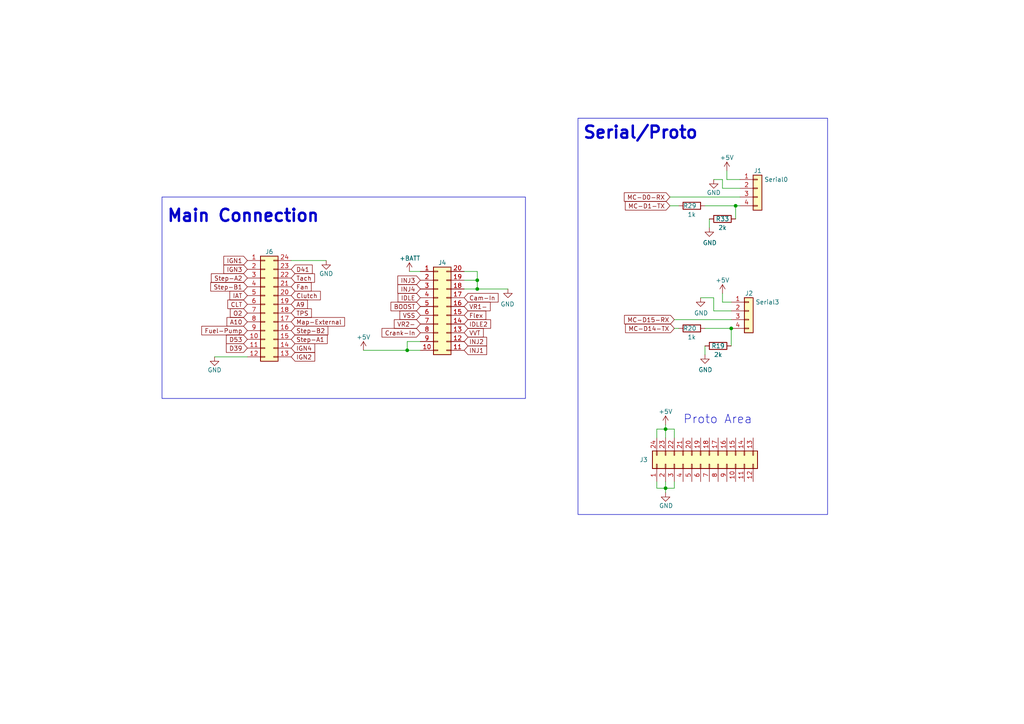
<source format=kicad_sch>
(kicad_sch (version 20230121) (generator eeschema)
  (paper "A4")
  (title_block (title "Pre-Ignition X4") (date "2023-10-24") (rev "C") (company "DetonationEMS") (comment 1 "detonationems.com"))
  (lib_symbols
    (symbol "Conn_02x12_Counter_Clockwise_1" (pin_names (offset 1.016) hide)
      (property "Reference" "J" (at 1.27 15.24 0))
      (property "Value" "Conn_02x12_Counter_Clockwise_1" (at 1.27 -17.78 0))
      (symbol "Conn_02x12_Counter_Clockwise_1_1_1"
        (rectangle (start -1.27 -15.113) (end 0 -15.367) (stroke (width 0.1524)))
        (rectangle (start -1.27 -12.573) (end 0 -12.827) (stroke (width 0.1524)))
        (rectangle (start -1.27 -10.033) (end 0 -10.287) (stroke (width 0.1524)))
        (rectangle (start -1.27 -7.493) (end 0 -7.747) (stroke (width 0.1524)))
        (rectangle (start -1.27 -4.953) (end 0 -5.207) (stroke (width 0.1524)))
        (rectangle (start -1.27 -2.413) (end 0 -2.667) (stroke (width 0.1524)))
        (rectangle (start -1.27 0.127) (end 0 -0.127) (stroke (width 0.1524)))
        (rectangle (start -1.27 2.667) (end 0 2.413) (stroke (width 0.1524)))
        (rectangle (start -1.27 5.207) (end 0 4.953) (stroke (width 0.1524)))
        (rectangle (start -1.27 7.747) (end 0 7.493) (stroke (width 0.1524)))
        (rectangle (start -1.27 10.287) (end 0 10.033) (stroke (width 0.1524)))
        (rectangle (start -1.27 12.827) (end 0 12.573) (stroke (width 0.1524)))
        (rectangle (start -1.27 13.97) (end 3.81 -16.51) (stroke (width 0.254)) (fill (type background)))
        (rectangle (start 3.81 -15.113) (end 2.54 -15.367) (stroke (width 0.1524)))
        (rectangle (start 3.81 -12.573) (end 2.54 -12.827) (stroke (width 0.1524)))
        (rectangle (start 3.81 -10.033) (end 2.54 -10.287) (stroke (width 0.1524)))
        (rectangle (start 3.81 -7.493) (end 2.54 -7.747) (stroke (width 0.1524)))
        (rectangle (start 3.81 -4.953) (end 2.54 -5.207) (stroke (width 0.1524)))
        (rectangle (start 3.81 -2.413) (end 2.54 -2.667) (stroke (width 0.1524)))
        (rectangle (start 3.81 0.127) (end 2.54 -0.127) (stroke (width 0.1524)))
        (rectangle (start 3.81 2.667) (end 2.54 2.413) (stroke (width 0.1524)))
        (rectangle (start 3.81 5.207) (end 2.54 4.953) (stroke (width 0.1524)))
        (rectangle (start 3.81 7.747) (end 2.54 7.493) (stroke (width 0.1524)))
        (rectangle (start 3.81 10.287) (end 2.54 10.033) (stroke (width 0.1524)))
        (rectangle (start 3.81 12.827) (end 2.54 12.573) (stroke (width 0.1524)))
        (pin passive line (at -5.08 12.7 0) (length 3.81) (name "Pin_1") (number "1"))
        (pin passive line (at -5.08 -10.16 0) (length 3.81) (name "Pin_10") (number "10"))
        (pin passive line (at -5.08 -12.7 0) (length 3.81) (name "Pin_11") (number "11"))
        (pin passive line (at -5.08 -15.24 0) (length 3.81) (name "Pin_12") (number "12"))
        (pin passive line (at 7.62 -15.24 180) (length 3.81) (name "Pin_13") (number "13"))
        (pin passive line (at 7.62 -12.7 180) (length 3.81) (name "Pin_14") (number "14"))
        (pin passive line (at 7.62 -10.16 180) (length 3.81) (name "Pin_15") (number "15"))
        (pin passive line (at 7.62 -7.62 180) (length 3.81) (name "Pin_16") (number "16"))
        (pin passive line (at 7.62 -5.08 180) (length 3.81) (name "Pin_17") (number "17"))
        (pin passive line (at 7.62 -2.54 180) (length 3.81) (name "Pin_18") (number "18"))
        (pin passive line (at 7.62 0 180) (length 3.81) (name "Pin_19") (number "19"))
        (pin passive line (at -5.08 10.16 0) (length 3.81) (name "Pin_2") (number "2"))
        (pin passive line (at 7.62 2.54 180) (length 3.81) (name "Pin_20") (number "20"))
        (pin passive line (at 7.62 5.08 180) (length 3.81) (name "Pin_21") (number "21"))
        (pin passive line (at 7.62 7.62 180) (length 3.81) (name "Pin_22") (number "22"))
        (pin passive line (at 7.62 10.16 180) (length 3.81) (name "Pin_23") (number "23"))
        (pin passive line (at 7.62 12.7 180) (length 3.81) (name "Pin_24") (number "24"))
        (pin passive line (at -5.08 7.62 0) (length 3.81) (name "Pin_3") (number "3"))
        (pin passive line (at -5.08 5.08 0) (length 3.81) (name "Pin_4") (number "4"))
        (pin passive line (at -5.08 2.54 0) (length 3.81) (name "Pin_5") (number "5"))
        (pin passive line (at -5.08 0 0) (length 3.81) (name "Pin_6") (number "6"))
        (pin passive line (at -5.08 -2.54 0) (length 3.81) (name "Pin_7") (number "7"))
        (pin passive line (at -5.08 -5.08 0) (length 3.81) (name "Pin_8") (number "8"))
        (pin passive line (at -5.08 -7.62 0) (length 3.81) (name "Pin_9") (number "9"))
      )
    )
    (symbol "Connector_Generic:Conn_01x04" (pin_names (offset 1.016) hide)
      (property "Reference" "J" (at 0 5.08 0))
      (property "Value" "Conn_01x04" (at 0 -7.62 0))
      (symbol "Conn_01x04_1_1"
        (rectangle (start -1.27 -4.953) (end 0 -5.207) (stroke (width 0.1524)))
        (rectangle (start -1.27 -2.413) (end 0 -2.667) (stroke (width 0.1524)))
        (rectangle (start -1.27 0.127) (end 0 -0.127) (stroke (width 0.1524)))
        (rectangle (start -1.27 2.667) (end 0 2.413) (stroke (width 0.1524)))
        (rectangle (start -1.27 3.81) (end 1.27 -6.35) (stroke (width 0.254)) (fill (type background)))
        (pin passive line (at -5.08 2.54 0) (length 3.81) (name "Pin_1") (number "1"))
        (pin passive line (at -5.08 0 0) (length 3.81) (name "Pin_2") (number "2"))
        (pin passive line (at -5.08 -2.54 0) (length 3.81) (name "Pin_3") (number "3"))
        (pin passive line (at -5.08 -5.08 0) (length 3.81) (name "Pin_4") (number "4"))
      )
    )
    (symbol "Connector_Generic:Conn_02x10_Counter_Clockwise" (pin_names (offset 1.016) hide)
      (property "Reference" "J" (at 1.27 12.7 0))
      (property "Value" "Conn_02x10_Counter_Clockwise" (at 1.27 -15.24 0))
      (symbol "Conn_02x10_Counter_Clockwise_1_1"
        (rectangle (start -1.27 -12.573) (end 0 -12.827) (stroke (width 0.1524)))
        (rectangle (start -1.27 -10.033) (end 0 -10.287) (stroke (width 0.1524)))
        (rectangle (start -1.27 -7.493) (end 0 -7.747) (stroke (width 0.1524)))
        (rectangle (start -1.27 -4.953) (end 0 -5.207) (stroke (width 0.1524)))
        (rectangle (start -1.27 -2.413) (end 0 -2.667) (stroke (width 0.1524)))
        (rectangle (start -1.27 0.127) (end 0 -0.127) (stroke (width 0.1524)))
        (rectangle (start -1.27 2.667) (end 0 2.413) (stroke (width 0.1524)))
        (rectangle (start -1.27 5.207) (end 0 4.953) (stroke (width 0.1524)))
        (rectangle (start -1.27 7.747) (end 0 7.493) (stroke (width 0.1524)))
        (rectangle (start -1.27 10.287) (end 0 10.033) (stroke (width 0.1524)))
        (rectangle (start -1.27 11.43) (end 3.81 -13.97) (stroke (width 0.254)) (fill (type background)))
        (rectangle (start 3.81 -12.573) (end 2.54 -12.827) (stroke (width 0.1524)))
        (rectangle (start 3.81 -10.033) (end 2.54 -10.287) (stroke (width 0.1524)))
        (rectangle (start 3.81 -7.493) (end 2.54 -7.747) (stroke (width 0.1524)))
        (rectangle (start 3.81 -4.953) (end 2.54 -5.207) (stroke (width 0.1524)))
        (rectangle (start 3.81 -2.413) (end 2.54 -2.667) (stroke (width 0.1524)))
        (rectangle (start 3.81 0.127) (end 2.54 -0.127) (stroke (width 0.1524)))
        (rectangle (start 3.81 2.667) (end 2.54 2.413) (stroke (width 0.1524)))
        (rectangle (start 3.81 5.207) (end 2.54 4.953) (stroke (width 0.1524)))
        (rectangle (start 3.81 7.747) (end 2.54 7.493) (stroke (width 0.1524)))
        (rectangle (start 3.81 10.287) (end 2.54 10.033) (stroke (width 0.1524)))
        (pin passive line (at -5.08 10.16 0) (length 3.81) (name "Pin_1") (number "1"))
        (pin passive line (at -5.08 -12.7 0) (length 3.81) (name "Pin_10") (number "10"))
        (pin passive line (at 7.62 -12.7 180) (length 3.81) (name "Pin_11") (number "11"))
        (pin passive line (at 7.62 -10.16 180) (length 3.81) (name "Pin_12") (number "12"))
        (pin passive line (at 7.62 -7.62 180) (length 3.81) (name "Pin_13") (number "13"))
        (pin passive line (at 7.62 -5.08 180) (length 3.81) (name "Pin_14") (number "14"))
        (pin passive line (at 7.62 -2.54 180) (length 3.81) (name "Pin_15") (number "15"))
        (pin passive line (at 7.62 0 180) (length 3.81) (name "Pin_16") (number "16"))
        (pin passive line (at 7.62 2.54 180) (length 3.81) (name "Pin_17") (number "17"))
        (pin passive line (at 7.62 5.08 180) (length 3.81) (name "Pin_18") (number "18"))
        (pin passive line (at 7.62 7.62 180) (length 3.81) (name "Pin_19") (number "19"))
        (pin passive line (at -5.08 7.62 0) (length 3.81) (name "Pin_2") (number "2"))
        (pin passive line (at 7.62 10.16 180) (length 3.81) (name "Pin_20") (number "20"))
        (pin passive line (at -5.08 5.08 0) (length 3.81) (name "Pin_3") (number "3"))
        (pin passive line (at -5.08 2.54 0) (length 3.81) (name "Pin_4") (number "4"))
        (pin passive line (at -5.08 0 0) (length 3.81) (name "Pin_5") (number "5"))
        (pin passive line (at -5.08 -2.54 0) (length 3.81) (name "Pin_6") (number "6"))
        (pin passive line (at -5.08 -5.08 0) (length 3.81) (name "Pin_7") (number "7"))
        (pin passive line (at -5.08 -7.62 0) (length 3.81) (name "Pin_8") (number "8"))
        (pin passive line (at -5.08 -10.16 0) (length 3.81) (name "Pin_9") (number "9"))
      )
    )
    (symbol "Connector_Generic:Conn_02x12_Counter_Clockwise" (pin_names (offset 1.016) hide)
      (property "Reference" "J" (at 1.27 15.24 0))
      (property "Value" "Conn_02x12_Counter_Clockwise" (at 1.27 -17.78 0))
      (symbol "Conn_02x12_Counter_Clockwise_1_1"
        (rectangle (start -1.27 -15.113) (end 0 -15.367) (stroke (width 0.1524)))
        (rectangle (start -1.27 -12.573) (end 0 -12.827) (stroke (width 0.1524)))
        (rectangle (start -1.27 -10.033) (end 0 -10.287) (stroke (width 0.1524)))
        (rectangle (start -1.27 -7.493) (end 0 -7.747) (stroke (width 0.1524)))
        (rectangle (start -1.27 -4.953) (end 0 -5.207) (stroke (width 0.1524)))
        (rectangle (start -1.27 -2.413) (end 0 -2.667) (stroke (width 0.1524)))
        (rectangle (start -1.27 0.127) (end 0 -0.127) (stroke (width 0.1524)))
        (rectangle (start -1.27 2.667) (end 0 2.413) (stroke (width 0.1524)))
        (rectangle (start -1.27 5.207) (end 0 4.953) (stroke (width 0.1524)))
        (rectangle (start -1.27 7.747) (end 0 7.493) (stroke (width 0.1524)))
        (rectangle (start -1.27 10.287) (end 0 10.033) (stroke (width 0.1524)))
        (rectangle (start -1.27 12.827) (end 0 12.573) (stroke (width 0.1524)))
        (rectangle (start -1.27 13.97) (end 3.81 -16.51) (stroke (width 0.254)) (fill (type background)))
        (rectangle (start 3.81 -15.113) (end 2.54 -15.367) (stroke (width 0.1524)))
        (rectangle (start 3.81 -12.573) (end 2.54 -12.827) (stroke (width 0.1524)))
        (rectangle (start 3.81 -10.033) (end 2.54 -10.287) (stroke (width 0.1524)))
        (rectangle (start 3.81 -7.493) (end 2.54 -7.747) (stroke (width 0.1524)))
        (rectangle (start 3.81 -4.953) (end 2.54 -5.207) (stroke (width 0.1524)))
        (rectangle (start 3.81 -2.413) (end 2.54 -2.667) (stroke (width 0.1524)))
        (rectangle (start 3.81 0.127) (end 2.54 -0.127) (stroke (width 0.1524)))
        (rectangle (start 3.81 2.667) (end 2.54 2.413) (stroke (width 0.1524)))
        (rectangle (start 3.81 5.207) (end 2.54 4.953) (stroke (width 0.1524)))
        (rectangle (start 3.81 7.747) (end 2.54 7.493) (stroke (width 0.1524)))
        (rectangle (start 3.81 10.287) (end 2.54 10.033) (stroke (width 0.1524)))
        (rectangle (start 3.81 12.827) (end 2.54 12.573) (stroke (width 0.1524)))
        (pin passive line (at -5.08 12.7 0) (length 3.81) (name "Pin_1") (number "1"))
        (pin passive line (at -5.08 -10.16 0) (length 3.81) (name "Pin_10") (number "10"))
        (pin passive line (at -5.08 -12.7 0) (length 3.81) (name "Pin_11") (number "11"))
        (pin passive line (at -5.08 -15.24 0) (length 3.81) (name "Pin_12") (number "12"))
        (pin passive line (at 7.62 -15.24 180) (length 3.81) (name "Pin_13") (number "13"))
        (pin passive line (at 7.62 -12.7 180) (length 3.81) (name "Pin_14") (number "14"))
        (pin passive line (at 7.62 -10.16 180) (length 3.81) (name "Pin_15") (number "15"))
        (pin passive line (at 7.62 -7.62 180) (length 3.81) (name "Pin_16") (number "16"))
        (pin passive line (at 7.62 -5.08 180) (length 3.81) (name "Pin_17") (number "17"))
        (pin passive line (at 7.62 -2.54 180) (length 3.81) (name "Pin_18") (number "18"))
        (pin passive line (at 7.62 0 180) (length 3.81) (name "Pin_19") (number "19"))
        (pin passive line (at -5.08 10.16 0) (length 3.81) (name "Pin_2") (number "2"))
        (pin passive line (at 7.62 2.54 180) (length 3.81) (name "Pin_20") (number "20"))
        (pin passive line (at 7.62 5.08 180) (length 3.81) (name "Pin_21") (number "21"))
        (pin passive line (at 7.62 7.62 180) (length 3.81) (name "Pin_22") (number "22"))
        (pin passive line (at 7.62 10.16 180) (length 3.81) (name "Pin_23") (number "23"))
        (pin passive line (at 7.62 12.7 180) (length 3.81) (name "Pin_24") (number "24"))
        (pin passive line (at -5.08 7.62 0) (length 3.81) (name "Pin_3") (number "3"))
        (pin passive line (at -5.08 5.08 0) (length 3.81) (name "Pin_4") (number "4"))
        (pin passive line (at -5.08 2.54 0) (length 3.81) (name "Pin_5") (number "5"))
        (pin passive line (at -5.08 0 0) (length 3.81) (name "Pin_6") (number "6"))
        (pin passive line (at -5.08 -2.54 0) (length 3.81) (name "Pin_7") (number "7"))
        (pin passive line (at -5.08 -5.08 0) (length 3.81) (name "Pin_8") (number "8"))
        (pin passive line (at -5.08 -7.62 0) (length 3.81) (name "Pin_9") (number "9"))
      )
    )
    (symbol "Device:R" (pin_numbers hide) (pin_names (offset 0))
      (property "Reference" "R" (at 2.032 0 90))
      (property "Value" "R" (at 0 0 90))
      (symbol "R_0_1"
        (rectangle (start -1.016 -2.54) (end 1.016 2.54) (stroke (width 0.254)))
      )
      (symbol "R_1_1"
        (pin passive line (at 0 3.81 270) (length 1.27) (name "~") (number "1"))
        (pin passive line (at 0 -3.81 90) (length 1.27) (name "~") (number "2"))
      )
    )
    (symbol "power:+5V" (power) (pin_names (offset 0))
      (property "Value" "+5V" (at 0 3.556 0))
      (symbol "+5V_0_1"
        (polyline (pts (xy -0.762 1.27) (xy 0 2.54)))
        (polyline (pts (xy 0 0) (xy 0 2.54)))
        (polyline (pts (xy 0 2.54) (xy 0.762 1.27)))
      )
      (symbol "+5V_1_1"
        (pin power_in line (at 0 0 90) (length 0) hide (name "+5V") (number "1"))
      )
    )
    (symbol "power:+BATT" (power) (pin_names (offset 0))
      (property "Value" "+BATT" (at 0 3.556 0))
      (symbol "+BATT_0_1"
        (polyline (pts (xy -0.762 1.27) (xy 0 2.54)))
        (polyline (pts (xy 0 0) (xy 0 2.54)))
        (polyline (pts (xy 0 2.54) (xy 0.762 1.27)))
      )
      (symbol "+BATT_1_1"
        (pin power_in line (at 0 0 90) (length 0) hide (name "+BATT") (number "1"))
      )
    )
    (symbol "power:GND" (power) (pin_names (offset 0))
      (property "Value" "GND" (at 0 -3.81 0))
      (symbol "GND_0_1"
        (polyline (pts (xy 0 0) (xy 0 -1.27) (xy 1.27 -1.27) (xy 0 -2.54) (xy -1.27 -1.27) (xy 0 -1.27)))
      )
      (symbol "GND_1_1"
        (pin power_in line (at 0 0 270) (length 0) hide (name "GND") (number "1"))
      )
    )
  )
  (junction (at 118.11 101.6))
  (junction (at 193.04 124.46))
  (junction (at 213.36 59.69))
  (junction (at 138.43 81.28))
  (junction (at 138.43 83.82))
  (junction (at 193.04 141.605))
  (junction (at 212.09 95.25))
  (wire (pts (xy 190.5 124.46) (xy 193.04 124.46)))
  (wire (pts (xy 205.74 66.04) (xy 205.74 63.5)))
  (wire (pts (xy 134.62 81.28) (xy 138.43 81.28)))
  (wire (pts (xy 203.2 86.36) (xy 207.01 86.36)))
  (wire (pts (xy 190.5 127) (xy 190.5 124.46)))
  (wire (pts (xy 94.615 75.565) (xy 84.455 75.565)))
  (wire (pts (xy 118.745 78.74) (xy 121.92 78.74)))
  (wire (pts (xy 190.5 141.605) (xy 193.04 141.605)))
  (wire (pts (xy 138.43 83.82) (xy 138.43 81.28)))
  (wire (pts (xy 134.62 78.74) (xy 138.43 78.74)))
  (wire (pts (xy 209.55 52.07) (xy 209.55 54.61)))
  (wire (pts (xy 204.47 102.87) (xy 204.47 100.33)))
  (wire (pts (xy 134.62 83.82) (xy 138.43 83.82)))
  (wire (pts (xy 195.58 141.605) (xy 193.04 141.605)))
  (wire (pts (xy 118.11 101.6) (xy 121.92 101.6)))
  (wire (pts (xy 195.58 124.46) (xy 193.04 124.46)))
  (wire (pts (xy 209.55 87.63) (xy 212.09 87.63)))
  (wire (pts (xy 195.58 127) (xy 195.58 124.46)))
  (wire (pts (xy 195.58 95.25) (xy 196.85 95.25)))
  (wire (pts (xy 207.01 86.36) (xy 207.01 90.17)))
  (wire (pts (xy 193.04 123.19) (xy 193.04 124.46)))
  (wire (pts (xy 118.11 99.06) (xy 121.92 99.06)))
  (wire (pts (xy 194.31 59.69) (xy 196.85 59.69)))
  (wire (pts (xy 204.47 95.25) (xy 212.09 95.25)))
  (wire (pts (xy 214.63 52.07) (xy 210.82 52.07)))
  (wire (pts (xy 118.11 101.6) (xy 118.11 99.06)))
  (wire (pts (xy 209.55 54.61) (xy 214.63 54.61)))
  (wire (pts (xy 193.04 142.875) (xy 193.04 141.605)))
  (wire (pts (xy 210.82 52.07) (xy 210.82 49.53)))
  (wire (pts (xy 213.36 59.69) (xy 213.36 63.5)))
  (wire (pts (xy 212.09 95.25) (xy 212.09 100.33)))
  (wire (pts (xy 214.63 57.15) (xy 194.31 57.15)))
  (wire (pts (xy 209.55 52.07) (xy 207.01 52.07)))
  (wire (pts (xy 138.43 83.82) (xy 147.32 83.82)))
  (wire (pts (xy 62.23 103.505) (xy 71.755 103.505)))
  (wire (pts (xy 207.01 90.17) (xy 212.09 90.17)))
  (wire (pts (xy 195.58 139.7) (xy 195.58 141.605)))
  (wire (pts (xy 193.04 124.46) (xy 193.04 127)))
  (wire (pts (xy 204.47 59.69) (xy 213.36 59.69)))
  (wire (pts (xy 213.36 59.69) (xy 214.63 59.69)))
  (wire (pts (xy 193.04 141.605) (xy 193.04 139.7)))
  (wire (pts (xy 105.41 101.6) (xy 118.11 101.6)))
  (wire (pts (xy 209.55 85.09) (xy 209.55 87.63)))
  (wire (pts (xy 212.09 92.71) (xy 195.58 92.71)))
  (wire (pts (xy 190.5 139.7) (xy 190.5 141.605)))
  (wire (pts (xy 138.43 81.28) (xy 138.43 78.74)))
  (rectangle (start 167.64 34.29) (end 240.03 149.225))
  (rectangle (start 46.99 57.15) (end 152.4 115.57))
  (text "Proto Area" (at 198.12 123.19 0) (effects (font (size 2.4892 2.4892)) (justify left bottom)))
  (text "Serial/Proto" (at 168.91 40.64 0) (effects (font (size 3.5 3.5) (thickness 0.7) bold) (justify left bottom)))
  (text "Main Connection" (at 48.26 64.77 0) (effects (font (size 3.5 3.5) (thickness 0.7) bold) (justify left bottom)))
  (global_label "INJ3" (shape input) (at 121.92 81.28 180) (property "Intersheetrefs" "${INTERSHEET_REFS}" (effects hide)))
  (global_label "IDLE2" (shape input) (at 134.62 93.98 0) (property "Intersheetrefs" "${INTERSHEET_REFS}" (effects hide)))
  (global_label "Fuel-Pump" (shape input) (at 71.755 95.885 180) (property "Intersheetrefs" "${INTERSHEET_REFS}" (effects hide)))
  (global_label "Crank-In" (shape input) (at 121.92 96.52 180) (property "Intersheetrefs" "${INTERSHEET_REFS}" (effects hide)))
  (global_label "VVT" (shape input) (at 134.62 96.52 0) (property "Intersheetrefs" "${INTERSHEET_REFS}" (effects hide)))
  (global_label "INJ1" (shape input) (at 134.62 101.6 0) (property "Intersheetrefs" "${INTERSHEET_REFS}" (effects hide)))
  (global_label "VR1-" (shape input) (at 134.62 88.9 0) (property "Intersheetrefs" "${INTERSHEET_REFS}" (effects hide)))
  (global_label "INJ2" (shape input) (at 134.62 99.06 0) (property "Intersheetrefs" "${INTERSHEET_REFS}" (effects hide)))
  (global_label "Clutch" (shape input) (at 84.455 85.725 0) (property "Intersheetrefs" "${INTERSHEET_REFS}" (effects hide)))
  (global_label "D39" (shape input) (at 71.755 100.965 180) (property "Intersheetrefs" "${INTERSHEET_REFS}" (effects hide)))
  (global_label "MC-D0-RX" (shape input) (at 194.31 57.15 180) (property "Intersheetrefs" "${INTERSHEET_REFS}" (effects hide)))
  (global_label "IGN4" (shape input) (at 84.455 100.965 0) (property "Intersheetrefs" "${INTERSHEET_REFS}" (effects hide)))
  (global_label "A9" (shape input) (at 84.455 88.265 0) (property "Intersheetrefs" "${INTERSHEET_REFS}" (effects hide)))
  (global_label "IDLE" (shape input) (at 121.92 86.36 180) (property "Intersheetrefs" "${INTERSHEET_REFS}" (effects hide)))
  (global_label "Tach" (shape input) (at 84.455 80.645 0) (property "Intersheetrefs" "${INTERSHEET_REFS}" (effects hide)))
  (global_label "CLT" (shape input) (at 71.755 88.265 180) (property "Intersheetrefs" "${INTERSHEET_REFS}" (effects hide)))
  (global_label "MC-D14-TX" (shape input) (at 195.58 95.25 180) (property "Intersheetrefs" "${INTERSHEET_REFS}" (effects hide)))
  (global_label "D53" (shape input) (at 71.755 98.425 180) (property "Intersheetrefs" "${INTERSHEET_REFS}" (effects hide)))
  (global_label "TPS" (shape input) (at 84.455 90.805 0) (property "Intersheetrefs" "${INTERSHEET_REFS}" (effects hide)))
  (global_label "IGN3" (shape input) (at 71.755 78.105 180) (property "Intersheetrefs" "${INTERSHEET_REFS}" (effects hide)))
  (global_label "Step-A1" (shape input) (at 84.455 98.425 0) (property "Intersheetrefs" "${INTERSHEET_REFS}" (effects hide)))
  (global_label "INJ4" (shape input) (at 121.92 83.82 180) (property "Intersheetrefs" "${INTERSHEET_REFS}" (effects hide)))
  (global_label "Cam-In" (shape input) (at 134.62 86.36 0) (property "Intersheetrefs" "${INTERSHEET_REFS}" (effects hide)))
  (global_label "Flex" (shape input) (at 134.62 91.44 0) (property "Intersheetrefs" "${INTERSHEET_REFS}" (effects hide)))
  (global_label "VSS" (shape input) (at 121.92 91.44 180) (property "Intersheetrefs" "${INTERSHEET_REFS}" (effects hide)))
  (global_label "Step-B1" (shape input) (at 71.755 83.185 180) (property "Intersheetrefs" "${INTERSHEET_REFS}" (effects hide)))
  (global_label "VR2-" (shape input) (at 121.92 93.98 180) (property "Intersheetrefs" "${INTERSHEET_REFS}" (effects hide)))
  (global_label "IAT" (shape input) (at 71.755 85.725 180) (property "Intersheetrefs" "${INTERSHEET_REFS}" (effects hide)))
  (global_label "O2" (shape input) (at 71.755 90.805 180) (property "Intersheetrefs" "${INTERSHEET_REFS}" (effects hide)))
  (global_label "A10" (shape input) (at 71.755 93.345 180) (property "Intersheetrefs" "${INTERSHEET_REFS}" (effects hide)))
  (global_label "Step-B2" (shape input) (at 84.455 95.885 0) (property "Intersheetrefs" "${INTERSHEET_REFS}" (effects hide)))
  (global_label "MC-D1-TX" (shape input) (at 194.31 59.69 180) (property "Intersheetrefs" "${INTERSHEET_REFS}" (effects hide)))
  (global_label "MC-D15-RX" (shape input) (at 195.58 92.71 180) (property "Intersheetrefs" "${INTERSHEET_REFS}" (effects hide)))
  (global_label "D41" (shape input) (at 84.455 78.105 0) (property "Intersheetrefs" "${INTERSHEET_REFS}" (effects hide)))
  (global_label "Step-A2" (shape input) (at 71.755 80.645 180) (property "Intersheetrefs" "${INTERSHEET_REFS}" (effects hide)))
  (global_label "IGN1" (shape input) (at 71.755 75.565 180) (property "Intersheetrefs" "${INTERSHEET_REFS}" (effects hide)))
  (global_label "Fan" (shape input) (at 84.455 83.185 0) (property "Intersheetrefs" "${INTERSHEET_REFS}" (effects hide)))
  (global_label "BOOST" (shape input) (at 121.92 88.9 180) (property "Intersheetrefs" "${INTERSHEET_REFS}" (effects hide)))
  (global_label "IGN2" (shape input) (at 84.455 103.505 0) (property "Intersheetrefs" "${INTERSHEET_REFS}" (effects hide)))
  (global_label "Map-External" (shape input) (at 84.455 93.345 0) (property "Intersheetrefs" "${INTERSHEET_REFS}" (effects hide)))
  (symbol (lib_id "Connector_Generic:Conn_02x12_Counter_Clockwise") (at 76.835 88.265 0) (unit 1) (in_bom no)
    (property "Reference" "J6" (at 78.105 73.025 0))
    (property "Value" "Conn_02x12_Counter_Clockwise" (effects hide))
    (property "Footprint" "Detonation:Molex_Micro-Fit_3.0_43045-2400_2x12_P3.00mm_Horizontal" (effects hide))
  )
  (symbol (lib_id "power:GND") (at 94.615 75.565 0) (mirror y) (unit 1)
    (property "Reference" "#PWR0166" (effects hide))
    (property "Value" "GND" (at 94.615 79.375 0))
  )
  (symbol (lib_id "power:GND") (at 62.23 103.505 0) (mirror y) (unit 1)
    (property "Reference" "#PWR0167" (effects hide))
    (property "Value" "GND" (at 62.23 107.315 0))
  )
  (symbol (lib_id "power:+BATT") (at 118.745 78.74 0) (mirror y) (unit 1)
    (property "Reference" "#PWR0169" (effects hide))
    (property "Value" "+BATT" (at 121.92 74.93 0) (effects (justify left)))
  )
  (symbol (lib_id "power:GND") (at 147.32 83.82 0) (mirror y) (unit 1)
    (property "Reference" "#PWR0170" (effects hide))
    (property "Value" "GND" (at 147.193 88.2142 0))
  )
  (symbol (lib_id "Connector_Generic:Conn_02x10_Counter_Clockwise") (at 127 88.9 0) (unit 1) (in_bom no)
    (property "Reference" "J4" (at 128.27 76.2 0))
    (property "Value" "Conn_02x10_Counter_Clockwise" (effects hide))
    (property "Footprint" "Detonation:Molex_Micro-Fit_3.0_43045-2000_2x10_P3.00mm_Horizontal" (effects hide))
  )
  (symbol (lib_id "power:GND") (at 205.74 66.04 0) (unit 1)
    (property "Reference" "#PWR0152" (effects hide))
    (property "Value" "GND" (at 205.867 70.4342 0))
  )
  (symbol (lib_id "power:GND") (at 193.04 142.875 0) (mirror y) (unit 1)
    (property "Reference" "#PWR0101" (effects hide))
    (property "Value" "GND" (at 191.135 146.685 0) (effects (justify right)))
  )
  (symbol (lib_id "power:+5V") (at 193.04 123.19 0) (unit 1)
    (property "Reference" "#PWR017" (effects hide))
    (property "Value" "+5V" (at 193.04 119.38 0))
  )
  (symbol (lib_id "power:+5V") (at 105.41 101.6 0) (unit 1)
    (property "Reference" "#PWR01" (effects hide))
    (property "Value" "+5V" (at 105.41 97.79 0))
  )
  (symbol (lib_id "Device:R") (at 208.28 100.33 90) (unit 1)
    (property "Reference" "R19" (at 208.28 100.33 90))
    (property "Value" "2k" (at 208.28 102.87 90))
    (property "Footprint" "Resistor_SMD:R_0603_1608Metric" (effects hide))
    (property "LCSC" "C22975" (effects hide))
  )
  (symbol (lib_id "power:+5V") (at 209.55 85.09 0) (unit 1)
    (property "Reference" "#PWR015" (effects hide))
    (property "Value" "+5V" (at 209.55 81.28 0))
  )
  (symbol (lib_id "Connector_Generic:Conn_01x04") (at 217.17 90.17 0) (unit 1) (in_bom no)
    (property "Reference" "J2" (at 218.44 85.09 0) (effects (justify right)))
    (property "Value" "Serial3" (at 226.06 87.63 0) (effects (justify right)))
    (property "Footprint" "Detonation:1X4-PROTO" (effects hide))
  )
  (symbol (lib_id "power:GND") (at 204.47 102.87 0) (unit 1)
    (property "Reference" "#PWR0111" (effects hide))
    (property "Value" "GND" (at 204.597 107.2642 0))
  )
  (symbol (lib_id "Connector_Generic:Conn_01x04") (at 219.71 54.61 0) (unit 1) (in_bom no)
    (property "Reference" "J1" (at 220.98 49.53 0) (effects (justify right)))
    (property "Value" "Serial0" (at 228.6 52.07 0) (effects (justify right)))
    (property "Footprint" "Detonation:1X4-PROTO" (effects hide))
  )
  (symbol (lib_id "Device:R") (at 200.66 59.69 270) (unit 1)
    (property "Reference" "R29" (at 198.12 59.69 90) (effects (justify left)))
    (property "Value" "1k" (at 199.39 62.23 90) (effects (justify left)))
    (property "Footprint" "Resistor_SMD:R_0603_1608Metric" (effects hide))
    (property "LCSC" "C21190" (effects hide))
  )
  (symbol (lib_id "power:+5V") (at 210.82 49.53 0) (unit 1)
    (property "Reference" "#PWR018" (effects hide))
    (property "Value" "+5V" (at 210.82 45.72 0))
  )
  (symbol (lib_id "power:GND") (at 207.01 52.07 0) (unit 1)
    (property "Reference" "#PWR0108" (effects hide))
    (property "Value" "GND" (at 207.01 55.88 0))
  )
  (symbol (lib_id "Device:R") (at 200.66 95.25 270) (unit 1)
    (property "Reference" "R20" (at 198.12 95.25 90) (effects (justify left)))
    (property "Value" "1k" (at 199.39 97.79 90) (effects (justify left)))
    (property "Footprint" "Resistor_SMD:R_0603_1608Metric" (effects hide))
    (property "LCSC" "C21190" (effects hide))
  )
  (symbol (lib_id "power:GND") (at 203.2 86.36 0) (mirror y) (unit 1)
    (property "Reference" "#PWR0146" (effects hide))
    (property "Value" "GND" (at 201.295 90.805 0) (effects (justify right)))
  )
  (symbol (lib_name "Conn_02x12_Counter_Clockwise_1") (lib_id "Connector_Generic:Conn_02x12_Counter_Clockwise") (at 203.2 134.62 90) (unit 1)
    (property "Reference" "J3" (at 186.69 133.35 90))
    (property "Value" "Conn_02x12_Counter_Clockwise" (effects hide))
    (property "Footprint" "Detonation:PROTO-3X8-24pin" (effects hide))
  )
  (symbol (lib_id "Device:R") (at 209.55 63.5 90) (unit 1)
    (property "Reference" "R33" (at 209.55 63.5 90))
    (property "Value" "2k" (at 209.55 66.04 90))
    (property "Footprint" "Resistor_SMD:R_0603_1608Metric" (effects hide))
    (property "LCSC" "C22975" (effects hide))
  )
)
</source>
